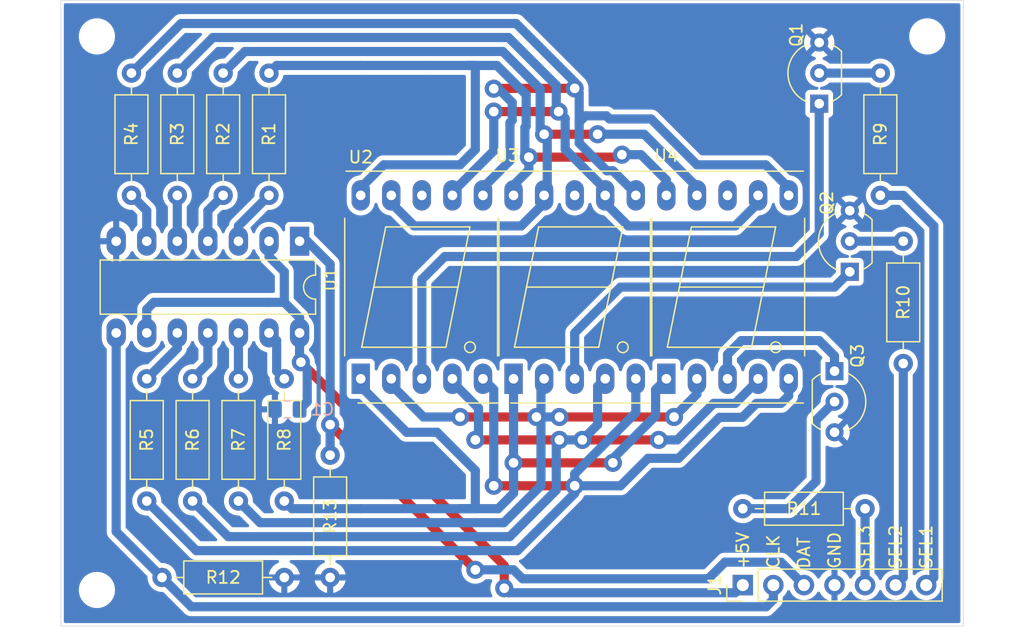
<source format=kicad_pcb>
(kicad_pcb (version 20221018) (generator pcbnew)
  (title_block (title "PIC BPS display - display module") (date "2021-03-10") (rev "v0.1") (company "Gutierrez PS") (comment 1 "https://github.com/gutierrezps/pic-bps-display"))
  (layers (0 "F.Cu" signal) (31 "B.Cu" signal) (34 "B.Paste" user) (35 "F.Paste" user) (36 "B.SilkS" user "B.Silkscreen") (37 "F.SilkS" user "F.Silkscreen") (38 "B.Mask" user) (39 "F.Mask" user) (44 "Edge.Cuts" user))
  (net 0 "")
  (net 1 "Net-(Q1-Pad2)")
  (net 2 "Net-(Q2-Pad2)")
  (net 3 "Net-(Q3-Pad2)")
  (net 4 "Net-(R1-Pad1)")
  (net 5 "Net-(R1-Pad2)")
  (net 6 "Net-(R2-Pad1)")
  (net 7 "Net-(R2-Pad2)")
  (net 8 "Net-(R3-Pad1)")
  (net 9 "Net-(R3-Pad2)")
  (net 10 "Net-(R4-Pad2)")
  (net 11 "Net-(R4-Pad1)")
  (net 12 "Net-(R5-Pad1)")
  (net 13 "Net-(R5-Pad2)")
  (net 14 "Net-(R6-Pad2)")
  (net 15 "Net-(R6-Pad1)")
  (net 16 "Net-(R7-Pad1)")
  (net 17 "Net-(R7-Pad2)")
  (net 18 "Net-(R8-Pad2)")
  (net 19 "Net-(R8-Pad1)")
  (net 20 "Vdd")
  (net 21 "DAT")
  (net 22 "CLK")
  (net 23 "Vss")
  (net 24 "Net-(Q1-Pad1)")
  (net 25 "Net-(Q2-Pad1)")
  (net 26 "Net-(Q3-Pad1)")
  (net 27 "SEL3")
  (net 28 "SEL2")
  (net 29 "SEL1")
  (footprint "Display_7Segment:7SegmentLED_LTS6760_LTS6780" (layer "F.Cu") (at 147.32 171.45 90)
    (fp_text reference "U4" (at 18.542 0 180) (layer "F.SilkS"))
    (fp_text value "KCSC02-105")
    (pad "1" thru_hole rect (at 0 0) (size 1.524 2.524) (drill 0.8) (layers "*.Cu" "*.Mask") (net 19 "Net-(R8-Pad1)"))
    (pad "2" thru_hole oval (at 0 2.54) (size 1.524 2.524) (drill 0.8) (layers "*.Cu" "*.Mask") (net 16 "Net-(R7-Pad1)"))
    (pad "3" thru_hole oval (at 0 5.08) (size 1.524 2.524) (drill 0.8) (layers "*.Cu" "*.Mask") (net 26 "Net-(Q3-Pad1)"))
    (pad "4" thru_hole oval (at 0 7.62) (size 1.524 2.524) (drill 0.8) (layers "*.Cu" "*.Mask") (net 15 "Net-(R6-Pad1)"))
    (pad "5" thru_hole oval (at 0 10.16) (size 1.524 2.524) (drill 0.8) (layers "*.Cu" "*.Mask") (net 12 "Net-(R5-Pad1)"))
    (pad "6" thru_hole oval (at 15.24 10.16) (size 1.524 2.524) (drill 0.8) (layers "*.Cu" "*.Mask") (net 11 "Net-(R4-Pad1)"))
    (pad "7" thru_hole oval (at 15.24 7.62) (size 1.524 2.524) (drill 0.8) (layers "*.Cu" "*.Mask") (net 8 "Net-(R3-Pad1)"))
    (pad "8" thru_hole oval (at 15.24 5.08) (size 1.524 2.524) (drill 0.8) (layers "*.Cu" "*.Mask"))
    (pad "9" thru_hole oval (at 15.24 2.54) (size 1.524 2.524) (drill 0.8) (layers "*.Cu" "*.Mask") (net 6 "Net-(R2-Pad1)"))
    (pad "10" thru_hole oval (at 15.24 0) (size 1.524 2.524) (drill 0.8) (layers "*.Cu" "*.Mask") (net 4 "Net-(R1-Pad1)"))
  )
  (footprint "Display_7Segment:7SegmentLED_LTS6760_LTS6780" (layer "F.Cu") (at 134.62 171.45 90)
    (fp_text reference "U3" (at 18.542 -0.508 180) (layer "F.SilkS"))
    (fp_text value "KCSC02-105")
    (pad "1" thru_hole rect (at 0 0) (size 1.524 2.524) (drill 0.8) (layers "*.Cu" "*.Mask") (net 19 "Net-(R8-Pad1)"))
    (pad "2" thru_hole oval (at 0 2.54) (size 1.524 2.524) (drill 0.8) (layers "*.Cu" "*.Mask") (net 16 "Net-(R7-Pad1)"))
    (pad "3" thru_hole oval (at 0 5.08) (size 1.524 2.524) (drill 0.8) (layers "*.Cu" "*.Mask") (net 25 "Net-(Q2-Pad1)"))
    (pad "4" thru_hole oval (at 0 7.62) (size 1.524 2.524) (drill 0.8) (layers "*.Cu" "*.Mask") (net 15 "Net-(R6-Pad1)"))
    (pad "5" thru_hole oval (at 0 10.16) (size 1.524 2.524) (drill 0.8) (layers "*.Cu" "*.Mask") (net 12 "Net-(R5-Pad1)"))
    (pad "6" thru_hole oval (at 15.24 10.16) (size 1.524 2.524) (drill 0.8) (layers "*.Cu" "*.Mask") (net 11 "Net-(R4-Pad1)"))
    (pad "7" thru_hole oval (at 15.24 7.62) (size 1.524 2.524) (drill 0.8) (layers "*.Cu" "*.Mask") (net 8 "Net-(R3-Pad1)"))
    (pad "8" thru_hole oval (at 15.24 5.08) (size 1.524 2.524) (drill 0.8) (layers "*.Cu" "*.Mask"))
    (pad "9" thru_hole oval (at 15.24 2.54) (size 1.524 2.524) (drill 0.8) (layers "*.Cu" "*.Mask") (net 6 "Net-(R2-Pad1)"))
    (pad "10" thru_hole oval (at 15.24 0) (size 1.524 2.524) (drill 0.8) (layers "*.Cu" "*.Mask") (net 4 "Net-(R1-Pad1)"))
  )
  (footprint "Resistor_THT:R_Axial_DIN0207_L6.3mm_D2.5mm_P10.16mm_Horizontal" (layer "F.Cu") (at 115.57 181.61 90)
    (fp_text reference "R8" (at 5.08 0 90) (layer "F.SilkS"))
    (fp_text value "150")
    (pad "1" thru_hole circle (at 0 0 90) (size 1.6 1.6) (drill 0.8) (layers "*.Cu" "*.Mask") (net 19 "Net-(R8-Pad1)"))
    (pad "2" thru_hole oval (at 10.16 0 90) (size 1.6 1.6) (drill 0.8) (layers "*.Cu" "*.Mask") (net 18 "Net-(R8-Pad2)"))
  )
  (footprint "Display_7Segment:7SegmentLED_LTS6760_LTS6780" (layer "F.Cu") (at 121.92 171.45 90)
    (fp_text reference "U2" (at 18.415 0 180) (layer "F.SilkS"))
    (fp_text value "KCSC02-105")
    (pad "1" thru_hole rect (at 0 0) (size 1.524 2.524) (drill 0.8) (layers "*.Cu" "*.Mask") (net 19 "Net-(R8-Pad1)"))
    (pad "2" thru_hole oval (at 0 2.54) (size 1.524 2.524) (drill 0.8) (layers "*.Cu" "*.Mask") (net 16 "Net-(R7-Pad1)"))
    (pad "3" thru_hole oval (at 0 5.08) (size 1.524 2.524) (drill 0.8) (layers "*.Cu" "*.Mask") (net 24 "Net-(Q1-Pad1)"))
    (pad "4" thru_hole oval (at 0 7.62) (size 1.524 2.524) (drill 0.8) (layers "*.Cu" "*.Mask") (net 15 "Net-(R6-Pad1)"))
    (pad "5" thru_hole oval (at 0 10.16) (size 1.524 2.524) (drill 0.8) (layers "*.Cu" "*.Mask") (net 12 "Net-(R5-Pad1)"))
    (pad "6" thru_hole oval (at 15.24 10.16) (size 1.524 2.524) (drill 0.8) (layers "*.Cu" "*.Mask") (net 11 "Net-(R4-Pad1)"))
    (pad "7" thru_hole oval (at 15.24 7.62) (size 1.524 2.524) (drill 0.8) (layers "*.Cu" "*.Mask") (net 8 "Net-(R3-Pad1)"))
    (pad "8" thru_hole oval (at 15.24 5.08) (size 1.524 2.524) (drill 0.8) (layers "*.Cu" "*.Mask"))
    (pad "9" thru_hole oval (at 15.24 2.54) (size 1.524 2.524) (drill 0.8) (layers "*.Cu" "*.Mask") (net 6 "Net-(R2-Pad1)"))
    (pad "10" thru_hole oval (at 15.24 0) (size 1.524 2.524) (drill 0.8) (layers "*.Cu" "*.Mask") (net 4 "Net-(R1-Pad1)"))
  )
  (footprint "Resistor_THT:R_Axial_DIN0207_L6.3mm_D2.5mm_P10.16mm_Horizontal" (layer "F.Cu") (at 167.005 170.18 90)
    (fp_text reference "R10" (at 5.08 0 90) (layer "F.SilkS"))
    (fp_text value "1k")
    (pad "1" thru_hole circle (at 0 0 90) (size 1.6 1.6) (drill 0.8) (layers "*.Cu" "*.Mask") (net 28 "SEL2"))
    (pad "2" thru_hole oval (at 10.16 0 90) (size 1.6 1.6) (drill 0.8) (layers "*.Cu" "*.Mask") (net 2 "Net-(Q2-Pad2)"))
  )
  (footprint "Resistor_THT:R_Axial_DIN0207_L6.3mm_D2.5mm_P10.16mm_Horizontal" (layer "F.Cu") (at 102.87 146.05 -90)
    (fp_text reference "R4" (at 5.08 0 90) (layer "F.SilkS"))
    (fp_text value "150")
    (pad "1" thru_hole circle (at 0 0 270) (size 1.6 1.6) (drill 0.8) (layers "*.Cu" "*.Mask") (net 11 "Net-(R4-Pad1)"))
    (pad "2" thru_hole oval (at 10.16 0 270) (size 1.6 1.6) (drill 0.8) (layers "*.Cu" "*.Mask") (net 10 "Net-(R4-Pad2)"))
  )
  (footprint "Resistor_THT:R_Axial_DIN0207_L6.3mm_D2.5mm_P10.16mm_Horizontal" (layer "F.Cu") (at 110.49 146.05 -90)
    (fp_text reference "R2" (at 5.08 0 90) (layer "F.SilkS"))
    (fp_text value "150")
    (pad "1" thru_hole circle (at 0 0 270) (size 1.6 1.6) (drill 0.8) (layers "*.Cu" "*.Mask") (net 6 "Net-(R2-Pad1)"))
    (pad "2" thru_hole oval (at 10.16 0 270) (size 1.6 1.6) (drill 0.8) (layers "*.Cu" "*.Mask") (net 7 "Net-(R2-Pad2)"))
  )
  (footprint "Resistor_THT:R_Axial_DIN0207_L6.3mm_D2.5mm_P10.16mm_Horizontal" (layer "F.Cu") (at 106.68 146.05 -90)
    (fp_text reference "R3" (at 5.08 0 90) (layer "F.SilkS"))
    (fp_text value "150")
    (pad "1" thru_hole circle (at 0 0 270) (size 1.6 1.6) (drill 0.8) (layers "*.Cu" "*.Mask") (net 8 "Net-(R3-Pad1)"))
    (pad "2" thru_hole oval (at 10.16 0 270) (size 1.6 1.6) (drill 0.8) (layers "*.Cu" "*.Mask") (net 9 "Net-(R3-Pad2)"))
  )
  (footprint "Resistor_THT:R_Axial_DIN0207_L6.3mm_D2.5mm_P10.16mm_Horizontal" (layer "F.Cu") (at 104.14 181.61 90)
    (fp_text reference "R5" (at 5.08 0 90) (layer "F.SilkS"))
    (fp_text value "150")
    (pad "1" thru_hole circle (at 0 0 90) (size 1.6 1.6) (drill 0.8) (layers "*.Cu" "*.Mask") (net 12 "Net-(R5-Pad1)"))
    (pad "2" thru_hole oval (at 10.16 0 90) (size 1.6 1.6) (drill 0.8) (layers "*.Cu" "*.Mask") (net 13 "Net-(R5-Pad2)"))
  )
  (footprint "Resistor_THT:R_Axial_DIN0207_L6.3mm_D2.5mm_P10.16mm_Horizontal" (layer "F.Cu") (at 163.83 182.245 180)
    (fp_text reference "R11" (at 5.08 0) (layer "F.SilkS"))
    (fp_text value "1k")
    (pad "1" thru_hole circle (at 0 0 180) (size 1.6 1.6) (drill 0.8) (layers "*.Cu" "*.Mask") (net 27 "SEL3"))
    (pad "2" thru_hole oval (at 10.16 0 180) (size 1.6 1.6) (drill 0.8) (layers "*.Cu" "*.Mask") (net 3 "Net-(Q3-Pad2)"))
  )
  (footprint "Package_TO_SOT_THT:TO-92_Inline_Wide" (layer "F.Cu") (at 161.29 170.815 -90)
    (fp_text reference "Q3" (at -1.27 -1.905 90) (layer "F.SilkS"))
    (fp_text value "BC548")
    (pad "1" thru_hole rect (at 0 0) (size 1.5 1.5) (drill 0.8) (layers "*.Cu" "*.Mask") (net 26 "Net-(Q3-Pad1)"))
    (pad "2" thru_hole circle (at 2.54 0) (size 1.5 1.5) (drill 0.8) (layers "*.Cu" "*.Mask") (net 3 "Net-(Q3-Pad2)"))
    (pad "3" thru_hole circle (at 5.08 0) (size 1.5 1.5) (drill 0.8) (layers "*.Cu" "*.Mask") (net 23 "Vss"))
  )
  (footprint "Package_TO_SOT_THT:TO-92_Inline_Wide" (layer "F.Cu") (at 160.02 148.59 90)
    (fp_text reference "Q1" (at 5.715 -1.905 90) (layer "F.SilkS"))
    (fp_text value "BC548")
    (pad "1" thru_hole rect (at 0 0 180) (size 1.5 1.5) (drill 0.8) (layers "*.Cu" "*.Mask") (net 24 "Net-(Q1-Pad1)"))
    (pad "2" thru_hole circle (at 2.54 0 180) (size 1.5 1.5) (drill 0.8) (layers "*.Cu" "*.Mask") (net 1 "Net-(Q1-Pad2)"))
    (pad "3" thru_hole circle (at 5.08 0 180) (size 1.5 1.5) (drill 0.8) (layers "*.Cu" "*.Mask") (net 23 "Vss"))
  )
  (footprint "Package_DIP:DIP-14_W7.62mm_LongPads" (layer "F.Cu") (at 116.84 160.02 -90)
    (fp_text reference "U1" (at 3.175 -2.54 90) (layer "F.SilkS"))
    (fp_text value "74164")
    (pad "1" thru_hole rect (at 0 0 270) (size 2.4 1.6) (drill 0.8) (layers "*.Cu" "*.Mask") (net 21 "DAT"))
    (pad "2" thru_hole oval (at 0 2.54 270) (size 2.4 1.6) (drill 0.8) (layers "*.Cu" "*.Mask") (net 20 "Vdd"))
    (pad "3" thru_hole oval (at 0 5.08 270) (size 2.4 1.6) (drill 0.8) (layers "*.Cu" "*.Mask") (net 5 "Net-(R1-Pad2)"))
    (pad "4" thru_hole oval (at 0 7.62 270) (size 2.4 1.6) (drill 0.8) (layers "*.Cu" "*.Mask") (net 7 "Net-(R2-Pad2)"))
    (pad "5" thru_hole oval (at 0 10.16 270) (size 2.4 1.6) (drill 0.8) (layers "*.Cu" "*.Mask") (net 9 "Net-(R3-Pad2)"))
    (pad "6" thru_hole oval (at 0 12.7 270) (size 2.4 1.6) (drill 0.8) (layers "*.Cu" "*.Mask") (net 10 "Net-(R4-Pad2)"))
    (pad "7" thru_hole oval (at 0 15.24 270) (size 2.4 1.6) (drill 0.8) (layers "*.Cu" "*.Mask") (net 23 "Vss"))
    (pad "8" thru_hole oval (at 7.62 15.24 270) (size 2.4 1.6) (drill 0.8) (layers "*.Cu" "*.Mask") (net 22 "CLK"))
    (pad "9" thru_hole oval (at 7.62 12.7 270) (size 2.4 1.6) (drill 0.8) (layers "*.Cu" "*.Mask") (net 20 "Vdd"))
    (pad "10" thru_hole oval (at 7.62 10.16 270) (size 2.4 1.6) (drill 0.8) (layers "*.Cu" "*.Mask") (net 13 "Net-(R5-Pad2)"))
    (pad "11" thru_hole oval (at 7.62 7.62 270) (size 2.4 1.6) (drill 0.8) (layers "*.Cu" "*.Mask") (net 14 "Net-(R6-Pad2)"))
    (pad "12" thru_hole oval (at 7.62 5.08 270) (size 2.4 1.6) (drill 0.8) (layers "*.Cu" "*.Mask") (net 17 "Net-(R7-Pad2)"))
    (pad "13" thru_hole oval (at 7.62 2.54 270) (size 2.4 1.6) (drill 0.8) (layers "*.Cu" "*.Mask") (net 18 "Net-(R8-Pad2)"))
    (pad "14" thru_hole oval (at 7.62 0 270) (size 2.4 1.6) (drill 0.8) (layers "*.Cu" "*.Mask") (net 20 "Vdd"))
  )
  (footprint "Resistor_THT:R_Axial_DIN0207_L6.3mm_D2.5mm_P10.16mm_Horizontal" (layer "F.Cu") (at 107.95 181.61 90)
    (fp_text reference "R6" (at 5.08 0 90) (layer "F.SilkS"))
    (fp_text value "150")
    (pad "1" thru_hole circle (at 0 0 90) (size 1.6 1.6) (drill 0.8) (layers "*.Cu" "*.Mask") (net 15 "Net-(R6-Pad1)"))
    (pad "2" thru_hole oval (at 10.16 0 90) (size 1.6 1.6) (drill 0.8) (layers "*.Cu" "*.Mask") (net 14 "Net-(R6-Pad2)"))
  )
  (footprint "Resistor_THT:R_Axial_DIN0207_L6.3mm_D2.5mm_P10.16mm_Horizontal" (layer "F.Cu") (at 114.3 146.05 -90)
    (fp_text reference "R1" (at 5.08 0 90) (layer "F.SilkS"))
    (fp_text value "150")
    (pad "1" thru_hole circle (at 0 0 270) (size 1.6 1.6) (drill 0.8) (layers "*.Cu" "*.Mask") (net 4 "Net-(R1-Pad1)"))
    (pad "2" thru_hole oval (at 10.16 0 270) (size 1.6 1.6) (drill 0.8) (layers "*.Cu" "*.Mask") (net 5 "Net-(R1-Pad2)"))
  )
  (footprint "Resistor_THT:R_Axial_DIN0207_L6.3mm_D2.5mm_P10.16mm_Horizontal" (layer "F.Cu") (at 111.76 181.61 90)
    (fp_text reference "R7" (at 5.08 0 90) (layer "F.SilkS"))
    (fp_text value "150")
    (pad "1" thru_hole circle (at 0 0 90) (size 1.6 1.6) (drill 0.8) (layers "*.Cu" "*.Mask") (net 16 "Net-(R7-Pad1)"))
    (pad "2" thru_hole oval (at 10.16 0 90) (size 1.6 1.6) (drill 0.8) (layers "*.Cu" "*.Mask") (net 17 "Net-(R7-Pad2)"))
  )
  (footprint "Resistor_THT:R_Axial_DIN0207_L6.3mm_D2.5mm_P10.16mm_Horizontal" (layer "F.Cu") (at 105.41 187.96)
    (fp_text reference "R12" (at 5.08 0) (layer "F.SilkS"))
    (fp_text value "10k")
    (pad "1" thru_hole circle (at 0 0) (size 1.6 1.6) (drill 0.8) (layers "*.Cu" "*.Mask") (net 22 "CLK"))
    (pad "2" thru_hole oval (at 10.16 0) (size 1.6 1.6) (drill 0.8) (layers "*.Cu" "*.Mask") (net 23 "Vss"))
  )
  (footprint "Connector_PinHeader_2.54mm:PinHeader_1x07_P2.54mm_Vertical" (layer "F.Cu") (at 153.67 188.595 90)
    (fp_text reference "J1" (at 0 -2.33 90) (layer "F.SilkS"))
    (fp_text value "Conn_01x07")
    (pad "1" thru_hole rect (at 0 0 90) (size 1.7 1.7) (drill 1) (layers "*.Cu" "*.Mask") (net 20 "Vdd"))
    (pad "2" thru_hole oval (at 0 2.54 90) (size 1.7 1.7) (drill 1) (layers "*.Cu" "*.Mask") (net 22 "CLK"))
    (pad "3" thru_hole oval (at 0 5.08 90) (size 1.7 1.7) (drill 1) (layers "*.Cu" "*.Mask") (net 21 "DAT"))
    (pad "4" thru_hole oval (at 0 7.62 90) (size 1.7 1.7) (drill 1) (layers "*.Cu" "*.Mask") (net 23 "Vss"))
    (pad "5" thru_hole oval (at 0 10.16 90) (size 1.7 1.7) (drill 1) (layers "*.Cu" "*.Mask") (net 27 "SEL3"))
    (pad "6" thru_hole oval (at 0 12.7 90) (size 1.7 1.7) (drill 1) (layers "*.Cu" "*.Mask") (net 28 "SEL2"))
    (pad "7" thru_hole oval (at 0 15.24 90) (size 1.7 1.7) (drill 1) (layers "*.Cu" "*.Mask") (net 29 "SEL1"))
  )
  (footprint "Resistor_THT:R_Axial_DIN0207_L6.3mm_D2.5mm_P10.16mm_Horizontal" (layer "F.Cu") (at 119.38 177.8 -90)
    (fp_text reference "R13" (at 5.08 0 90) (layer "F.SilkS"))
    (fp_text value "10k")
    (pad "1" thru_hole circle (at 0 0 270) (size 1.6 1.6) (drill 0.8) (layers "*.Cu" "*.Mask") (net 21 "DAT"))
    (pad "2" thru_hole oval (at 10.16 0 270) (size 1.6 1.6) (drill 0.8) (layers "*.Cu" "*.Mask") (net 23 "Vss"))
  )
  (footprint "Package_TO_SOT_THT:TO-92_Inline_Wide" (layer "F.Cu") (at 162.56 162.56 90)
    (fp_text reference "Q2" (at 5.715 -1.905 90) (layer "F.SilkS"))
    (fp_text value "BC548")
    (pad "1" thru_hole rect (at 0 0 180) (size 1.5 1.5) (drill 0.8) (layers "*.Cu" "*.Mask") (net 25 "Net-(Q2-Pad1)"))
    (pad "2" thru_hole circle (at 2.54 0 180) (size 1.5 1.5) (drill 0.8) (layers "*.Cu" "*.Mask") (net 2 "Net-(Q2-Pad2)"))
    (pad "3" thru_hole circle (at 5.08 0 180) (size 1.5 1.5) (drill 0.8) (layers "*.Cu" "*.Mask") (net 23 "Vss"))
  )
  (footprint "MountingHole:MountingHole_2.5mm" (layer "F.Cu") (at 100 189)
    (fp_text reference "REF**" hide)
    (fp_text value "MountingHole_2.5mm")
    (pad "" np_thru_hole circle (at 0 0) (size 2.5 2.5) (drill 2.5) (layers "*.Cu" "*.Mask"))
  )
  (footprint "MountingHole:MountingHole_2.5mm" (layer "F.Cu") (at 100 143)
    (fp_text reference "REF**" hide)
    (fp_text value "MountingHole_2.5mm")
    (pad "" np_thru_hole circle (at 0 0) (size 2.5 2.5) (drill 2.5) (layers "*.Cu" "*.Mask"))
  )
  (footprint "MountingHole:MountingHole_2.5mm" (layer "F.Cu") (at 169 143)
    (fp_text reference "REF**" hide)
    (fp_text value "MountingHole_2.5mm")
    (pad "" np_thru_hole circle (at 0 0) (size 2.5 2.5) (drill 2.5) (layers "*.Cu" "*.Mask"))
  )
  (footprint "Resistor_THT:R_Axial_DIN0207_L6.3mm_D2.5mm_P10.16mm_Horizontal" (layer "F.Cu") (at 165.1 156.21 90)
    (fp_text reference "R9" (at 5.08 0 90) (layer "F.SilkS"))
    (fp_text value "1k")
    (pad "1" thru_hole circle (at 0 0 90) (size 1.6 1.6) (drill 0.8) (layers "*.Cu" "*.Mask") (net 29 "SEL1"))
    (pad "2" thru_hole oval (at 10.16 0 90) (size 1.6 1.6) (drill 0.8) (layers "*.Cu" "*.Mask") (net 1 "Net-(Q1-Pad2)"))
  )
  (footprint "Capacitor_SMD:C_0805_2012Metric_Pad1.15x1.40mm_HandSolder" (layer "B.Cu") (at 115.815 173.99)
    (fp_text reference "C1" (at 2.93 0) (layer "B.SilkS") (effects (justify mirror)))
    (fp_text value "100n")
    (pad "1" smd roundrect (at -1.025 0) (size 1.15 1.4) (layers "B.Cu" "B.Paste" "B.Mask") (roundrect_rratio 0.217391) (net 23 "Vss"))
    (pad "2" smd roundrect (at 1.025 0) (size 1.15 1.4) (layers "B.Cu" "B.Paste" "B.Mask") (roundrect_rratio 0.217391) (net 20 "Vdd"))
  )
  (gr_line (start 172 140) (end 97 140) (stroke (width 0.05)) (layer "Edge.Cuts"))
  (gr_line (start 172 192) (end 172 140) (stroke (width 0.05)) (layer "Edge.Cuts"))
  (gr_line (start 97 192) (end 172 192) (stroke (width 0.05)) (layer "Edge.Cuts"))
  (gr_line (start 97 140) (end 97 192) (stroke (width 0.05)) (layer "Edge.Cuts"))
  (gr_text "SEL1" (at 168.91 187.325 90) (layer "F.SilkS") (effects (font (size 1 1)) (justify left)))
  (gr_text "CLK" (at 156.21 187.325 90) (layer "F.SilkS") (effects (font (size 1 1)) (justify left)))
  (gr_text "SEL3" (at 163.83 187.325 90) (layer "F.SilkS") (effects (font (size 1 1)) (justify left)))
  (gr_text "SEL2" (at 166.37 187.325 90) (layer "F.SilkS") (effects (font (size 1 1)) (justify left)))
  (gr_text "+5V" (at 153.67 187.325 90) (layer "F.SilkS") (effects (font (size 1 1)) (justify left)))
  (gr_text "GND" (at 161.29 187.325 90) (layer "F.SilkS") (effects (font (size 1 1)) (justify left)))
  (gr_text "DAT" (at 158.75 187.325 90) (layer "F.SilkS") (effects (font (size 1 1)) (justify left)))
  (segment (start 160.02 146.05) (end 165.1 146.05) (width 0.762) (layer "B.Cu") (net 1))
  (segment (start 162.56 160.02) (end 167.005 160.02) (width 0.762) (layer "B.Cu") (net 2))
  (segment (start 157.48 182.245) (end 159.758999 179.966001) (width 0.762) (layer "B.Cu") (net 3))
  (segment (start 159.758999 174.886001) (end 161.29 173.355) (width 0.762) (layer "B.Cu") (net 3))
  (segment (start 153.67 182.245) (end 157.48 182.245) (width 0.762) (layer "B.Cu") (net 3))
  (segment (start 159.758999 179.966001) (end 159.758999 174.886001) (width 0.762) (layer "B.Cu") (net 3))
  (segment (start 143.41909 153.035) (end 143.624449 152.829641) (width 0.762) (layer "F.Cu") (net 4))
  (segment (start 135.89 153.035) (end 143.41909 153.035) (width 0.762) (layer "F.Cu") (net 4))
  (via (at 135.89 153.035) (size 1.5) (drill 0.8) (layers "F.Cu" "B.Cu") (net 4))
  (via (at 143.624449 152.829641) (size 1.5) (drill 0.8) (layers "F.Cu" "B.Cu") (net 4))
  (segment (start 114.3 146.05) (end 114.935 145.415) (width 0.762) (layer "B.Cu") (net 4))
  (segment (start 134.62 155.36566) (end 135.89 154.09566) (width 0.762) (layer "B.Cu") (net 4))
  (segment (start 135.669025 147.845685) (end 135.669025 150.463051) (width 0.762) (layer "B.Cu") (net 4))
  (segment (start 135.669025 150.463051) (end 135.561192 150.570884) (width 0.762) (layer "B.Cu") (net 4))
  (segment (start 121.92 155.575) (end 123.825 153.67) (width 0.762) (layer "B.Cu") (net 4))
  (segment (start 114.935 145.415) (end 121.92 145.415) (width 0.762) (layer "B.Cu") (net 4))
  (segment (start 121.92 145.415) (end 127.635 145.415) (width 0.762) (layer "B.Cu") (net 4))
  (segment (start 123.825 153.67) (end 130.175 153.67) (width 0.762) (layer "B.Cu") (net 4))
  (segment (start 147.32 154.94) (end 145.209641 152.829641) (width 0.762) (layer "B.Cu") (net 4))
  (segment (start 135.561192 152.706192) (end 135.89 153.035) (width 0.762) (layer "B.Cu") (net 4))
  (segment (start 131.445 145.415) (end 130.81 145.415) (width 0.762) (layer "B.Cu") (net 4))
  (segment (start 135.89 154.09566) (end 135.89 153.035) (width 0.762) (layer "B.Cu") (net 4))
  (segment (start 145.209641 152.829641) (end 143.624449 152.829641) (width 0.762) (layer "B.Cu") (net 4))
  (segment (start 131.445 152.4) (end 131.445 145.415) (width 0.762) (layer "B.Cu") (net 4))
  (segment (start 135.561192 150.570884) (end 135.561192 152.706192) (width 0.762) (layer "B.Cu") (net 4))
  (segment (start 130.175 153.67) (end 131.445 152.4) (width 0.762) (layer "B.Cu") (net 4))
  (segment (start 134.62 156.21) (end 134.62 155.36566) (width 0.762) (layer "B.Cu") (net 4))
  (segment (start 121.92 156.21) (end 121.92 155.575) (width 0.762) (layer "B.Cu") (net 4))
  (segment (start 127.635 145.415) (end 130.81 145.415) (width 0.762) (layer "B.Cu") (net 4))
  (segment (start 147.32 156.21) (end 147.32 154.94) (width 0.762) (layer "B.Cu") (net 4))
  (segment (start 133.23834 145.415) (end 135.669025 147.845685) (width 0.762) (layer "B.Cu") (net 4))
  (segment (start 130.81 145.415) (end 133.23834 145.415) (width 0.762) (layer "B.Cu") (net 4))
  (segment (start 111.76 158.75) (end 114.3 156.21) (width 0.762) (layer "B.Cu") (net 5))
  (segment (start 111.76 160.02) (end 111.76 158.75) (width 0.762) (layer "B.Cu") (net 5))
  (segment (start 137.795 151.13) (end 141.605 151.13) (width 0.762) (layer "F.Cu") (net 6))
  (via (at 137.16 151.13) (size 1.5) (drill 0.8) (layers "F.Cu" "B.Cu") (net 6))
  (via (at 141.605 151.13) (size 1.5) (drill 0.8) (layers "F.Cu" "B.Cu") (net 6))
  (segment (start 149.86 155.5155) (end 145.4745 151.13) (width 0.762) (layer "B.Cu") (net 6))
  (segment (start 110.49 146.05) (end 112.287011 144.252989) (width 0.762) (layer "B.Cu") (net 6))
  (segment (start 136.831036 150.801036) (end 137.16 151.13) (width 0.762) (layer "B.Cu") (net 6))
  (segment (start 137.16 156.845) (end 135.255 158.75) (width 0.762) (layer "B.Cu") (net 6))
  (segment (start 126.365 158.75) (end 124.46 156.845) (width 0.762) (layer "B.Cu") (net 6))
  (segment (start 124.46 156.845) (end 124.46 156.21) (width 0.762) (layer "B.Cu") (net 6))
  (segment (start 133.71966 144.252989) (end 136.831036 147.364365) (width 0.762) (layer "B.Cu") (net 6))
  (segment (start 137.16 151.13) (end 137.421002 151.391002) (width 0.762) (layer "B.Cu") (net 6))
  (segment (start 149.86 156.21) (end 149.86 155.5155) (width 0.762) (layer "B.Cu") (net 6))
  (segment (start 137.421002 151.391002) (end 137.421002 155.948998) (width 0.762) (layer "B.Cu") (net 6))
  (segment (start 145.4745 151.13) (end 141.605 151.13) (width 0.762) (layer "B.Cu") (net 6))
  (segment (start 137.16 156.21) (end 137.16 156.845) (width 0.762) (layer "B.Cu") (net 6))
  (segment (start 112.287011 144.252989) (end 133.71966 144.252989) (width 0.762) (layer "B.Cu") (net 6))
  (segment (start 136.831036 147.364365) (end 136.831036 150.801036) (width 0.762) (layer "B.Cu") (net 6))
  (segment (start 135.255 158.75) (end 126.365 158.75) (width 0.762) (layer "B.Cu") (net 6))
  (segment (start 137.421002 155.948998) (end 137.16 156.21) (width 0.762) (layer "B.Cu") (net 6))
  (segment (start 110.49 156.21) (end 109.22 157.48) (width 0.762) (layer "B.Cu") (net 7))
  (segment (start 109.22 157.48) (end 109.22 160.02) (width 0.762) (layer "B.Cu") (net 7))
  (segment (start 132.976012 149.246849) (end 138.360063 149.246849) (width 0.762) (layer "F.Cu") (net 8))
  (segment (start 138.360063 149.246849) (end 138.362046 149.248832) (width 0.762) (layer "F.Cu") (net 8))
  (via (at 132.976012 149.246849) (size 1.5) (drill 0.8) (layers "F.Cu" "B.Cu") (net 8))
  (via (at 138.362046 149.248832) (size 1.5) (drill 0.8) (layers "F.Cu" "B.Cu") (net 8))
  (segment (start 132.976012 152.512319) (end 132.976012 149.246849) (width 0.762) (layer "B.Cu") (net 8))
  (segment (start 138.168986 149.055772) (end 138.362046 149.248832) (width 0.762) (layer "B.Cu") (net 8))
  (segment (start 109.639022 143.090978) (end 134.200978 143.090978) (width 0.762) (layer "B.Cu") (net 8))
  (segment (start 142.24 156.21) (end 142.24 156.845) (width 0.762) (layer "B.Cu") (net 8))
  (segment (start 134.200978 143.090978) (end 138.168986 147.058986) (width 0.762) (layer "B.Cu") (net 8))
  (segment (start 144.145 158.75) (end 153.035 158.75) (width 0.762) (layer "B.Cu") (net 8))
  (segment (start 142.24 156.21) (end 142.24 155.71) (width 0.762) (layer "B.Cu") (net 8))
  (segment (start 106.68 146.05) (end 109.639022 143.090978) (width 0.762) (layer "B.Cu") (net 8))
  (segment (start 138.911988 149.798774) (end 138.362046 149.248832) (width 0.762) (layer "B.Cu") (net 8))
  (segment (start 153.035 158.75) (end 154.94 156.845) (width 0.762) (layer "B.Cu") (net 8))
  (segment (start 154.94 156.845) (end 154.94 156.21) (width 0.762) (layer "B.Cu") (net 8))
  (segment (start 129.54 156.21) (end 129.54 155.948331) (width 0.762) (layer "B.Cu") (net 8))
  (segment (start 129.54 155.948331) (end 132.976012 152.512319) (width 0.762) (layer "B.Cu") (net 8))
  (segment (start 142.24 155.71) (end 138.911988 152.381988) (width 0.762) (layer "B.Cu") (net 8))
  (segment (start 138.911988 152.381988) (end 138.911988 149.798774) (width 0.762) (layer "B.Cu") (net 8))
  (segment (start 138.168986 147.058986) (end 138.168986 149.055772) (width 0.762) (layer "B.Cu") (net 8))
  (segment (start 142.24 156.845) (end 144.145 158.75) (width 0.762) (layer "B.Cu") (net 8))
  (segment (start 106.68 160.02) (end 106.68 156.21) (width 0.762) (layer "B.Cu") (net 9))
  (segment (start 104.14 157.48) (end 102.87 156.21) (width 0.762) (layer "B.Cu") (net 10))
  (segment (start 104.14 160.02) (end 104.14 157.48) (width 0.762) (layer "B.Cu") (net 10))
  (segment (start 139.699988 147.32) (end 133.002848 147.32) (width 0.762) (layer "F.Cu") (net 11))
  (segment (start 133.002848 147.32) (end 132.97601 147.346838) (width 0.762) (layer "F.Cu") (net 11))
  (via (at 132.97601 147.346838) (size 1.5) (drill 0.8) (layers "F.Cu" "B.Cu") (net 11))
  (via (at 139.699988 147.32) (size 1.5) (drill 0.8) (layers "F.Cu" "B.Cu") (net 11))
  (segment (start 142.376106 154.16699) (end 140.073999 151.864881) (width 0.762) (layer "B.Cu") (net 11))
  (segment (start 106.991033 141.928967) (end 134.839291 141.928967) (width 0.762) (layer "B.Cu") (net 11))
  (segment (start 134.320644 153.334356) (end 134.320644 150.168101) (width 0.762) (layer "B.Cu") (net 11))
  (segment (start 134.507014 149.981731) (end 134.507014 148.49012) (width 0.762) (layer "B.Cu") (net 11))
  (segment (start 140.596001 149.598999) (end 140.073999 150.121001) (width 0.762) (layer "B.Cu") (net 11))
  (segment (start 132.08 155.575) (end 134.320644 153.334356) (width 0.762) (layer "B.Cu") (net 11))
  (segment (start 146.05 149.86) (end 142.600882 149.86) (width 0.762) (layer "B.Cu") (net 11))
  (segment (start 134.839291 141.928967) (end 139.699988 146.789664) (width 0.762) (layer "B.Cu") (net 11))
  (segment (start 102.87 146.05) (end 106.991033 141.928967) (width 0.762) (layer "B.Cu") (net 11))
  (segment (start 144.78 156.21) (end 144.78 156.067855) (width 0.762) (layer "B.Cu") (net 11))
  (segment (start 157.48 156.21) (end 157.48 155.575) (width 0.762) (layer "B.Cu") (net 11))
  (segment (start 157.48 155.575) (end 155.575 153.67) (width 0.762) (layer "B.Cu") (net 11))
  (segment (start 140.073999 147.694011) (end 139.699988 147.32) (width 0.762) (layer "B.Cu") (net 11))
  (segment (start 142.600882 149.86) (end 142.339881 149.598999) (width 0.762) (layer "B.Cu") (net 11))
  (segment (start 140.073999 151.864881) (end 140.073999 150.121001) (width 0.762) (layer "B.Cu") (net 11))
  (segment (start 155.575 153.67) (end 149.86 153.67) (width 0.762) (layer "B.Cu") (net 11))
  (segment (start 144.78 156.067855) (end 142.879135 154.16699) (width 0.762) (layer "B.Cu") (net 11))
  (segment (start 149.86 153.67) (end 146.05 149.86) (width 0.762) (layer "B.Cu") (net 11))
  (segment (start 134.320644 150.168101) (end 134.507014 149.981731) (width 0.762) (layer "B.Cu") (net 11))
  (segment (start 133.363732 147.346838) (end 132.97601 147.346838) (width 0.762) (layer "B.Cu") (net 11))
  (segment (start 134.507014 148.49012) (end 133.363732 147.346838) (width 0.762) (layer "B.Cu") (net 11))
  (segment (start 142.879135 154.16699) (end 142.376106 154.16699) (width 0.762) (layer "B.Cu") (net 11))
  (segment (start 132.08 156.21) (end 132.08 155.575) (width 0.762) (layer "B.Cu") (net 11))
  (segment (start 142.339881 149.598999) (end 140.596001 149.598999) (width 0.762) (layer "B.Cu") (net 11))
  (segment (start 139.699988 146.789664) (end 139.699988 147.32) (width 0.762) (layer "B.Cu") (net 11))
  (segment (start 140.073999 150.121001) (end 140.073999 147.694011) (width 0.762) (layer "B.Cu") (net 11))
  (segment (start 132.97601 180.34) (end 139.7 180.34) (width 0.762) (layer "F.Cu") (net 12))
  (via (at 132.97601 180.34) (size 1.5) (drill 0.8) (layers "F.Cu" "B.Cu") (net 12))
  (via (at 139.7 180.34) (size 1.5) (drill 0.8) (layers "F.Cu" "B.Cu") (net 12))
  (segment (start 144.78 171.45) (end 144.78 174.264118) (width 0.762) (layer "B.Cu") (net 12))
  (segment (start 144.78 174.264118) (end 139.7 179.344118) (width 0.762) (layer "B.Cu") (net 12))
  (segment (start 139.7 179.344118) (end 139.7 180.34) (width 0.762) (layer "B.Cu") (net 12))
  (segment (start 145.788999 178.061001) (end 148.328999 178.061001) (width 0.762) (layer "B.Cu") (net 12))
  (segment (start 139.7 180.34) (end 143.51 180.34) (width 0.762) (layer "B.Cu") (net 12))
  (segment (start 156.845 173.49301) (end 157.48 172.85801) (width 0.762) (layer "B.Cu") (net 12))
  (segment (start 139.7 180.975) (end 139.7 180.34) (width 0.762) (layer "B.Cu") (net 12))
  (segment (start 132.97601 172.34601) (end 132.97601 179.27934) (width 0.762) (layer "B.Cu") (net 12))
  (segment (start 143.51 180.34) (end 145.788999 178.061001) (width 0.762) (layer "B.Cu") (net 12))
  (segment (start 134.943971 185.731029) (end 139.7 180.975) (width 0.762) (layer "B.Cu") (net 12))
  (segment (start 104.14 181.61) (end 108.261029 185.731029) (width 0.762) (layer "B.Cu") (net 12))
  (segment (start 132.97601 179.27934) (end 132.97601 180.34) (width 0.762) (layer "B.Cu") (net 12))
  (segment (start 153.63998 174.65502) (end 154.80199 173.49301) (width 0.762) (layer "B.Cu") (net 12))
  (segment (start 148.328999 178.061001) (end 151.73498 174.65502) (width 0.762) (layer "B.Cu") (net 12))
  (segment (start 108.261029 185.731029) (end 134.943971 185.731029) (width 0.762) (layer "B.Cu") (net 12))
  (segment (start 157.48 172.85801) (end 157.48 171.45) (width 0.762) (layer "B.Cu") (net 12))
  (segment (start 151.73498 174.65502) (end 153.63998 174.65502) (width 0.762) (layer "B.Cu") (net 12))
  (segment (start 132.08 171.45) (end 132.97601 172.34601) (width 0.762) (layer "B.Cu") (net 12))
  (segment (start 154.80199 173.49301) (end 156.845 173.49301) (width 0.762) (layer "B.Cu") (net 12))
  (segment (start 104.14 171.45) (end 106.68 168.91) (width 0.762) (layer "B.Cu") (net 13))
  (segment (start 106.68 168.91) (end 106.68 167.64) (width 0.762) (layer "B.Cu") (net 13))
  (segment (start 107.95 171.45) (end 109.22 170.18) (width 0.762) (layer "B.Cu") (net 14))
  (segment (start 109.22 170.18) (end 109.22 167.64) (width 0.762) (layer "B.Cu") (net 14))
  (segment (start 131.445006 176.53) (end 138.43 176.53) (width 0.762) (layer "F.Cu") (net 15))
  (segment (start 140.335 176.53) (end 146.685 176.53) (width 0.762) (layer "F.Cu") (net 15))
  (via (at 131.445006 176.53) (size 1.5) (drill 0.8) (layers "F.Cu" "B.Cu") (net 15))
  (via (at 138.43 176.53) (size 1.5) (drill 0.8) (layers "F.Cu" "B.Cu") (net 15))
  (via (at 140.335 176.53) (size 1.5) (drill 0.8) (layers "F.Cu" "B.Cu") (net 15))
  (via (at 146.685 176.53) (size 1.5) (drill 0.8) (layers "F.Cu" "B.Cu") (net 15))
  (segment (start 140.335 176.53) (end 141.605 175.26) (width 0.762) (layer "B.Cu") (net 15))
  (segment (start 110.909018 184.569018) (end 134.299538 184.569018) (width 0.762) (layer "B.Cu") (net 15))
  (segment (start 154.94 171.45) (end 154.94 171.592145) (width 0.762) (layer "B.Cu") (net 15))
  (segment (start 138.168999 180.699557) (end 138.168999 176.791001) (width 0.762) (layer "B.Cu") (net 15))
  (segment (start 154.94 171.592145) (end 153.039136 173.493009) (width 0.762) (layer "B.Cu") (net 15))
  (segment (start 131.706001 176.269005) (end 131.445006 176.53) (width 0.762) (layer "B.Cu") (net 15))
  (segment (start 153.039136 173.493009) (end 151.25366 173.493009) (width 0.762) (layer "B.Cu") (net 15))
  (segment (start 138.43 176.53) (end 140.335 176.53) (width 0.762) (layer "B.Cu") (net 15))
  (segment (start 129.54 171.724118) (end 131.706001 173.890119) (width 0.762) (layer "B.Cu") (net 15))
  (segment (start 141.605 172.085) (end 142.24 171.45) (width 0.762) (layer "B.Cu") (net 15))
  (segment (start 148.21667 176.53) (end 146.685 176.53) (width 0.762) (layer "B.Cu") (net 15))
  (segment (start 151.25366 173.493009) (end 148.21667 176.53) (width 0.762) (layer "B.Cu") (net 15))
  (segment (start 141.605 175.26) (end 141.605 172.085) (width 0.762) (layer "B.Cu") (net 15))
  (segment (start 138.168999 176.791001) (end 138.43 176.53) (width 0.762) (layer "B.Cu") (net 15))
  (segment (start 131.706001 173.890119) (end 131.706001 176.269005) (width 0.762) (layer "B.Cu") (net 15))
  (segment (start 107.95 181.61) (end 110.909018 184.569018) (width 0.762) (layer "B.Cu") (net 15))
  (segment (start 134.299538 184.569018) (end 138.168999 180.699557) (width 0.762) (layer "B.Cu") (net 15))
  (segment (start 129.54 171.45) (end 129.54 171.724118) (width 0.762) (layer "B.Cu") (net 15))
  (segment (start 136.525 174.625) (end 130.175 174.625) (width 0.762) (layer "F.Cu") (net 16))
  (segment (start 147.955 174.625) (end 138.43 174.625) (width 0.762) (layer "F.Cu") (net 16))
  (via (at 136.525 174.625) (size 1.5) (drill 0.8) (layers "F.Cu" "B.Cu") (net 16))
  (via (at 138.43 174.625) (size 1.5) (drill 0.8) (layers "F.Cu" "B.Cu") (net 16))
  (via (at 130.175 174.625) (size 1.5) (drill 0.8) (layers "F.Cu" "B.Cu") (net 16))
  (via (at 147.955 174.625) (size 1.5) (drill 0.8) (layers "F.Cu" "B.Cu") (net 16))
  (segment (start 113.557007 183.407007) (end 133.818218 183.407007) (width 0.762) (layer "B.Cu") (net 16))
  (segment (start 136.525 174.625) (end 138.43 174.625) (width 0.762) (layer "B.Cu") (net 16))
  (segment (start 149.86 171.45) (end 149.86 172.72) (width 0.762) (layer "B.Cu") (net 16))
  (segment (start 127.135 174.625) (end 130.175 174.625) (width 0.762) (layer "B.Cu") (net 16))
  (segment (start 148.704999 173.875001) (end 147.955 174.625) (width 0.762) (layer "B.Cu") (net 16))
  (segment (start 124.46 171.95) (end 127.135 174.625) (width 0.762) (layer "B.Cu") (net 16))
  (segment (start 137.16 174.625) (end 136.525 174.625) (width 0.762) (layer "B.Cu") (net 16))
  (segment (start 124.46 171.45) (end 124.46 171.95) (width 0.762) (layer "B.Cu") (net 16))
  (segment (start 133.818218 183.407007) (end 136.898998 180.326227) (width 0.762) (layer "B.Cu") (net 16))
  (segment (start 149.86 172.72) (end 148.704999 173.875001) (width 0.762) (layer "B.Cu") (net 16))
  (segment (start 111.76 181.61) (end 113.557007 183.407007) (width 0.762) (layer "B.Cu") (net 16))
  (segment (start 136.898998 180.326227) (end 136.898998 171.711002) (width 0.762) (layer "B.Cu") (net 16))
  (segment (start 136.898998 171.711002) (end 137.16 171.45) (width 0.762) (layer "B.Cu") (net 16))
  (segment (start 111.76 167.64) (end 111.76 171.45) (width 0.762) (layer "B.Cu") (net 17))
  (segment (start 114.3 167.64) (end 114.935 168.275) (width 0.762) (layer "B.Cu") (net 18))
  (segment (start 114.935 170.815) (end 115.57 171.45) (width 0.762) (layer "B.Cu") (net 18))
  (segment (start 114.935 168.275) (end 114.935 170.815) (width 0.762) (layer "B.Cu") (net 18))
  (segment (start 134.62 178.435) (end 142.875 178.435) (width 0.762) (layer "F.Cu") (net 19))
  (via (at 134.62 178.435) (size 1.5) (drill 0.8) (layers "F.Cu" "B.Cu") (net 19))
  (via (at 142.875 178.435) (size 1.5) (drill 0.8) (layers "F.Cu" "B.Cu") (net 19))
  (segment (start 115.57 181.61) (end 116.205 182.245) (width 0.762) (layer "B.Cu") (net 19))
  (segment (start 134.62 178.435) (end 134.62 171.45) (width 0.762) (layer "B.Cu") (net 19))
  (segment (start 131.445 179.07) (end 131.445 182.245) (width 0.762) (layer "B.Cu") (net 19))
  (segment (start 146.423999 172.346001) (end 146.423999 174.525119) (width 0.762) (layer "B.Cu") (net 19))
  (segment (start 133.336894 182.245) (end 134.62 180.961894) (width 0.762) (layer "B.Cu") (net 19))
  (segment (start 116.205 182.245) (end 121.92 182.245) (width 0.762) (layer "B.Cu") (net 19))
  (segment (start 125.73 175.895) (end 128.27 175.895) (width 0.762) (layer "B.Cu") (net 19))
  (segment (start 142.875 178.074118) (end 142.875 178.435) (width 0.762) (layer "B.Cu") (net 19))
  (segment (start 121.92 172.085) (end 125.73 175.895) (width 0.762) (layer "B.Cu") (net 19))
  (segment (start 128.27 175.895) (end 131.445 179.07) (width 0.762) (layer "B.Cu") (net 19))
  (segment (start 131.445 182.245) (end 130.175 182.245) (width 0.762) (layer "B.Cu") (net 19))
  (segment (start 121.92 171.45) (end 121.92 172.085) (width 0.762) (layer "B.Cu") (net 19))
  (segment (start 130.175 182.245) (end 133.336894 182.245) (width 0.762) (layer "B.Cu") (net 19))
  (segment (start 134.62 180.961894) (end 134.62 178.435) (width 0.762) (layer "B.Cu") (net 19))
  (segment (start 121.92 182.245) (end 130.175 182.245) (width 0.762) (layer "B.Cu") (net 19))
  (segment (start 146.423999 174.525119) (end 142.875 178.074118) (width 0.762) (layer "B.Cu") (net 19))
  (segment (start 147.32 171.45) (end 146.423999 172.346001) (width 0.762) (layer "B.Cu") (net 19))
  (segment (start 133.847944 186.970182) (end 116.948881 170.071119) (width 0.762) (layer "F.Cu") (net 20))
  (segment (start 133.847944 188.85601) (end 133.847944 186.970182) (width 0.762) (layer "F.Cu") (net 20))
  (via (at 133.847944 188.85601) (size 1.5) (drill 0.8) (layers "F.Cu" "B.Cu") (net 20))
  (via (at 116.948881 170.071119) (size 1.5) (drill 0.8) (layers "F.Cu" "B.Cu") (net 20))
  (segment (start 104.14 165.678) (end 104.718 165.1) (width 0.762) (layer "B.Cu") (net 20))
  (segment (start 104.14 167.64) (end 104.14 165.678) (width 0.762) (layer "B.Cu") (net 20))
  (segment (start 104.718 165.1) (end 114.3 165.1) (width 0.762) (layer "B.Cu") (net 20))
  (segment (start 115.57 165.1) (end 114.3 165.1) (width 0.762) (layer "B.Cu") (net 20))
  (segment (start 114.3 161.29) (end 115.57 162.56) (width 0.762) (layer "B.Cu") (net 20))
  (segment (start 114.3 160.02) (end 114.3 161.29) (width 0.762) (layer "B.Cu") (net 20))
  (segment (start 115.57 165.1) (end 116.84 166.37) (width 0.762) (layer "B.Cu") (net 20))
  (segment (start 116.84 167.64) (end 116.84 170.18) (width 0.762) (layer "B.Cu") (net 20))
  (segment (start 117.475 173.355) (end 117.475 170.597238) (width 0.762) (layer "B.Cu") (net 20))
  (segment (start 116.84 173.99) (end 117.475 173.355) (width 0.762) (layer "B.Cu") (net 20))
  (segment (start 134.221934 189.23) (end 133.847944 188.85601) (width 0.762) (layer "B.Cu") (net 20))
  (segment (start 116.84 170.18) (end 116.948881 170.071119) (width 0.762) (layer "B.Cu") (net 20))
  (segment (start 153.67 188.595) (end 153.035 189.23) (width 0.762) (layer "B.Cu") (net 20))
  (segment (start 116.84 166.37) (end 116.84 167.64) (width 0.762) (layer "B.Cu") (net 20))
  (segment (start 117.475 170.597238) (end 116.948881 170.071119) (width 0.762) (layer "B.Cu") (net 20))
  (segment (start 153.035 189.23) (end 134.221934 189.23) (width 0.762) (layer "B.Cu") (net 20))
  (segment (start 115.57 162.56) (end 115.57 165.1) (width 0.762) (layer "B.Cu") (net 20))
  (segment (start 131.445 187.325) (end 119.38 175.26) (width 0.762) (layer "F.Cu") (net 21))
  (via (at 119.38 175.26) (size 1.5) (drill 0.8) (layers "F.Cu" "B.Cu") (net 21))
  (via (at 131.445 187.325) (size 1.5) (drill 0.8) (layers "F.Cu" "B.Cu") (net 21))
  (segment (start 152.182559 186.69) (end 156.845 186.69) (width 0.762) (layer "B.Cu") (net 21))
  (segment (start 119.38 177.8) (end 119.38 175.26) (width 0.762) (layer "B.Cu") (net 21))
  (segment (start 131.445 187.325) (end 134.62 187.325) (width 0.762) (layer "B.Cu") (net 21))
  (segment (start 119.38 175.26) (end 119.38 161.925) (width 0.762) (layer "B.Cu") (net 21))
  (segment (start 135.36299 188.06799) (end 150.804569 188.06799) (width 0.762) (layer "B.Cu") (net 21))
  (segment (start 150.804569 188.06799) (end 152.182559 186.69) (width 0.762) (layer "B.Cu") (net 21))
  (segment (start 119.38 161.925) (end 117.475 160.02) (width 0.762) (layer "B.Cu") (net 21))
  (segment (start 117.475 160.02) (end 116.84 160.02) (width 0.762) (layer "B.Cu") (net 21))
  (segment (start 156.845 186.69) (end 158.75 188.595) (width 0.762) (layer "B.Cu") (net 21))
  (segment (start 134.62 187.325) (end 135.36299 188.06799) (width 0.762) (layer "B.Cu") (net 21))
  (segment (start 155.61507 190.392011) (end 107.842011 190.392011) (width 0.762) (layer "B.Cu") (net 22))
  (segment (start 101.6 184.15) (end 105.41 187.96) (width 0.762) (layer "B.Cu") (net 22))
  (segment (start 156.21 188.595) (end 156.21 189.797081) (width 0.762) (layer "B.Cu") (net 22))
  (segment (start 107.842011 190.392011) (end 106.209999 188.759999) (width 0.762) (layer "B.Cu") (net 22))
  (segment (start 156.21 189.797081) (end 155.61507 190.392011) (width 0.762) (layer "B.Cu") (net 22))
  (segment (start 101.6 167.64) (end 101.6 184.15) (width 0.762) (layer "B.Cu") (net 22))
  (segment (start 106.209999 188.759999) (end 105.41 187.96) (width 0.762) (layer "B.Cu") (net 22))
  (segment (start 160.02 148.59) (end 160.02 159.385) (width 0.762) (layer "B.Cu") (net 24))
  (segment (start 128.905 161.29) (end 127 163.195) (width 0.762) (layer "B.Cu") (net 24))
  (segment (start 158.115 161.29) (end 128.905 161.29) (width 0.762) (layer "B.Cu") (net 24))
  (segment (start 127 163.195) (end 127 171.45) (width 0.762) (layer "B.Cu") (net 24))
  (segment (start 160.02 159.385) (end 158.115 161.29) (width 0.762) (layer "B.Cu") (net 24))
  (segment (start 161.29 163.83) (end 162.56 162.56) (width 0.762) (layer "B.Cu") (net 25))
  (segment (start 139.7 171.45) (end 139.7 167.64) (width 0.762) (layer "B.Cu") (net 25))
  (segment (start 143.51 163.83) (end 161.29 163.83) (width 0.762) (layer "B.Cu") (net 25))
  (segment (start 139.7 167.64) (end 143.51 163.83) (width 0.762) (layer "B.Cu") (net 25))
  (segment (start 161.29 169.545) (end 161.29 170.815) (width 0.762) (layer "B.Cu") (net 26))
  (segment (start 152.4 169.426) (end 153.551 168.275) (width 0.762) (layer "B.Cu") (net 26))
  (segment (start 153.551 168.275) (end 160.02 168.275) (width 0.762) (layer "B.Cu") (net 26))
  (segment (start 152.4 171.45) (end 152.4 169.426) (width 0.762) (layer "B.Cu") (net 26))
  (segment (start 160.02 168.275) (end 161.29 169.545) (width 0.762) (layer "B.Cu") (net 26))
  (segment (start 163.83 182.245) (end 163.83 188.595) (width 0.762) (layer "B.Cu") (net 27))
  (segment (start 167.005 187.96) (end 166.37 188.595) (width 0.762) (layer "B.Cu") (net 28))
  (segment (start 167.005 170.18) (end 167.005 187.96) (width 0.762) (layer "B.Cu") (net 28))
  (segment (start 169.545 187.96) (end 168.91 188.595) (width 0.762) (layer "B.Cu") (net 29))
  (segment (start 169.545 158.75) (end 169.545 187.96) (width 0.762) (layer "B.Cu") (net 29))
  (segment (start 165.1 156.21) (end 167.005 156.21) (width 0.762) (layer "B.Cu") (net 29))
  (segment (start 167.005 156.21) (end 169.545 158.75) (width 0.762) (layer "B.Cu") (net 29))
  (zone (net 23) (net_name "Vss") (layer "B.Cu") (connect_pads (clearance 0.4)) (min_thickness 0.254) (fill yes (thermal_gap 0.508) (thermal_bridge_width 0.508))
    (polygon (pts (xy 171.75 191.75) (xy 97.25 191.75) (xy 97.25 140.25) (xy 171.75 140.25)))
  )
)
</source>
